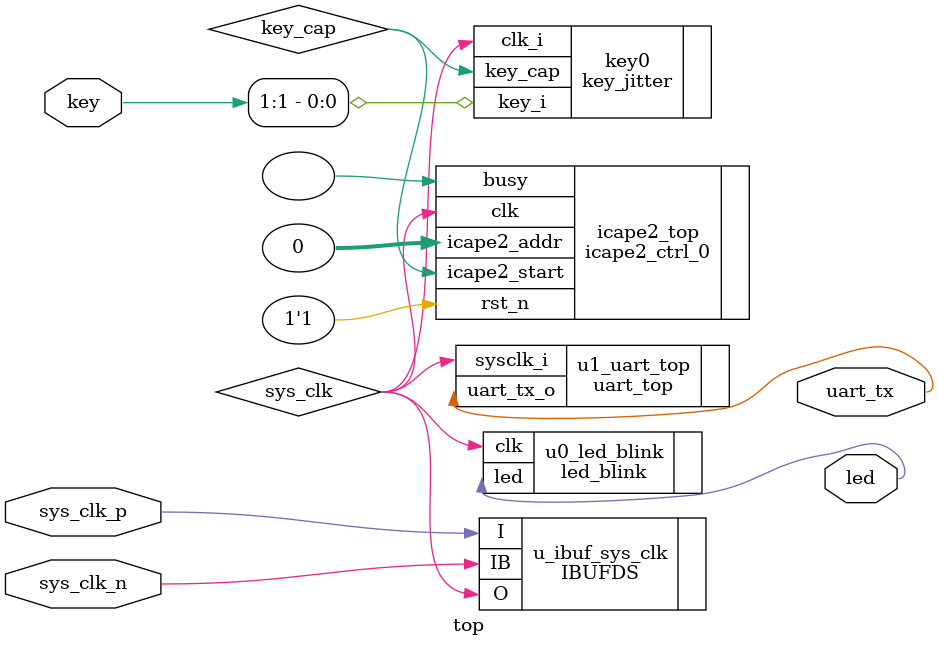
<source format=v>
`timescale 1ns / 1ns
module top
(
    input sys_clk_p,// Differentia system clock 200Mhz input on board
	input sys_clk_n,

	input[1:0] key,

    output led,
    output uart_tx
);
//===========================================================================
//Differentia system clock to single end clock
//===========================================================================
wire        sys_clk;

// IBUFDS: Differential Input Buffer
//         Kintex-7
// Xilinx HDL Language Template, version 2017.4
   
IBUFDS #(
	.DIFF_TERM("TRUE"),       // Differential Termination
	.IBUF_LOW_PWR("TRUE"),     // Low power="TRUE", Highest performance="FALSE" 
	.IOSTANDARD("DEFAULT")     // Specify the input I/O standard
) u_ibuf_sys_clk (
	.O(sys_clk),  // Buffer output
	.I(sys_clk_p),  // Diff_p buffer input (connect directly to top-level port)
	.IB(sys_clk_n) // Diff_n buffer input (connect directly to top-level port)
);   


key_jitter#
(
	.CLK_FREQ(200000000) //100MHz
)
key0
(
	.clk_i(sys_clk),
	.key_i(key[1]),
	.key_cap(key_cap)
);




icape2_ctrl_0 icape2_top (
  .clk          (sys_clk    ),    // input wire clk
  .rst_n        (1'b1       ),    // input wire rst_n
  .icape2_start (key_cap    ),    // input wire icape2_start
  .icape2_addr  (32'h000000 ),    // input wire [31 : 0] icape2_addr
  .busy         (           )     // output wire busy
);


led_blink u0_led_blink(
    .clk(sys_clk),  //50MHz

    .led(led)
);

uart_top u1_uart_top
(
    .sysclk_i(sys_clk),
    .uart_tx_o(uart_tx) 
);

endmodule
</source>
